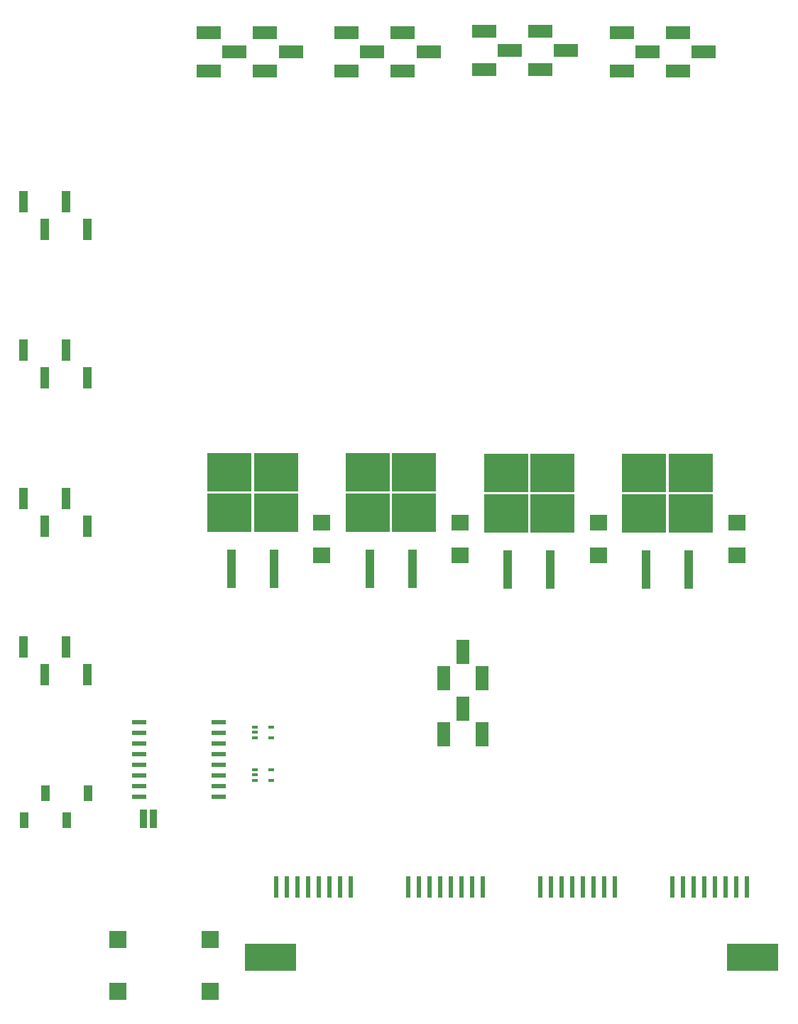
<source format=gtp>
G04 #@! TF.GenerationSoftware,KiCad,Pcbnew,(5.1.6)-1*
G04 #@! TF.CreationDate,2021-11-06T14:38:14-07:00*
G04 #@! TF.ProjectId,High current 4x1 LED mux,48696768-2063-4757-9272-656e74203478,rev?*
G04 #@! TF.SameCoordinates,Original*
G04 #@! TF.FileFunction,Paste,Top*
G04 #@! TF.FilePolarity,Positive*
%FSLAX46Y46*%
G04 Gerber Fmt 4.6, Leading zero omitted, Abs format (unit mm)*
G04 Created by KiCad (PCBNEW (5.1.6)-1) date 2021-11-06 14:38:14*
%MOMM*%
%LPD*%
G01*
G04 APERTURE LIST*
%ADD10R,1.727200X0.533400*%
%ADD11R,1.650000X3.000000*%
%ADD12R,1.000000X1.900000*%
%ADD13R,1.000000X2.510000*%
%ADD14R,0.650000X0.400000*%
%ADD15R,2.000000X2.000000*%
%ADD16R,3.000000X1.650000*%
%ADD17R,2.159000X1.955800*%
%ADD18R,0.900000X2.170000*%
%ADD19R,1.100000X4.600000*%
%ADD20R,5.250000X4.550000*%
%ADD21R,6.220000X3.180000*%
%ADD22R,0.560000X2.540000*%
G04 APERTURE END LIST*
D10*
X109069800Y-133815000D03*
X109069800Y-132545000D03*
X109069800Y-131275000D03*
X109069800Y-130005000D03*
X109069800Y-128735000D03*
X109069800Y-127465000D03*
X109069800Y-126195000D03*
X109069800Y-124925000D03*
X99570200Y-124925000D03*
X99570200Y-126195000D03*
X99570200Y-127465000D03*
X99570200Y-128735000D03*
X99570200Y-130005000D03*
X99570200Y-131275000D03*
X99570200Y-132545000D03*
X99570200Y-133815000D03*
D11*
X135845000Y-119680000D03*
X140415000Y-119680000D03*
X138130000Y-116580000D03*
X140415000Y-126390000D03*
X138130000Y-123290000D03*
X135845000Y-126390000D03*
D12*
X93440000Y-133350000D03*
X88360000Y-133350000D03*
X90900000Y-136650000D03*
X85820000Y-136650000D03*
D13*
X90800000Y-80557500D03*
X85720000Y-80557500D03*
X93340000Y-83867500D03*
X88260000Y-83867500D03*
X90800000Y-98270000D03*
X85720000Y-98270000D03*
X93340000Y-101580000D03*
X88260000Y-101580000D03*
X90800000Y-62845000D03*
X85720000Y-62845000D03*
X93340000Y-66155000D03*
X88260000Y-66155000D03*
X90800000Y-115982500D03*
X85720000Y-115982500D03*
X93340000Y-119292500D03*
X88260000Y-119292500D03*
D14*
X115270000Y-130580000D03*
X115270000Y-131880000D03*
X113370000Y-131230000D03*
X113370000Y-131880000D03*
X113370000Y-130580000D03*
D15*
X108000000Y-157000000D03*
X108000000Y-150800000D03*
X97000000Y-150800000D03*
X97000000Y-157000000D03*
D16*
X114540000Y-42695000D03*
X114540000Y-47265000D03*
X117640000Y-44980000D03*
X107830000Y-47265000D03*
X110930000Y-44980000D03*
X107830000Y-42695000D03*
D17*
X154320000Y-105068500D03*
X154320000Y-101131500D03*
X121320000Y-105068500D03*
X121320000Y-101131500D03*
D18*
X101270000Y-136480000D03*
X100050000Y-136480000D03*
D17*
X137820000Y-105068500D03*
X137820000Y-101131500D03*
D16*
X130956666Y-42695000D03*
X130956666Y-47265000D03*
X134056666Y-44980000D03*
X124246666Y-47265000D03*
X127346666Y-44980000D03*
X124246666Y-42695000D03*
D17*
X170820000Y-105068500D03*
X170820000Y-101131500D03*
D19*
X160005000Y-106750000D03*
X165085000Y-106750000D03*
D20*
X165320000Y-95175000D03*
X159770000Y-100025000D03*
X159770000Y-95175000D03*
X165320000Y-100025000D03*
X132353333Y-99950000D03*
X126803333Y-95100000D03*
X126803333Y-99950000D03*
X132353333Y-95100000D03*
D19*
X132118333Y-106675000D03*
X127038333Y-106675000D03*
D14*
X115270000Y-125490000D03*
X115270000Y-126790000D03*
X113370000Y-126140000D03*
X113370000Y-126790000D03*
X113370000Y-125490000D03*
D21*
X115170000Y-152990000D03*
X172730000Y-152990000D03*
D22*
X115887500Y-144540000D03*
X117157500Y-144540000D03*
X118427500Y-144540000D03*
X119697500Y-144540000D03*
X120967500Y-144540000D03*
X122237500Y-144540000D03*
X123507500Y-144540000D03*
X124777500Y-144540000D03*
X131632500Y-144540000D03*
X132902500Y-144540000D03*
X134172500Y-144540000D03*
X135442500Y-144540000D03*
X136712500Y-144540000D03*
X137982500Y-144540000D03*
X139252500Y-144540000D03*
X140522500Y-144540000D03*
X147377500Y-144540000D03*
X148647500Y-144540000D03*
X149917500Y-144540000D03*
X151187500Y-144540000D03*
X152457500Y-144540000D03*
X153727500Y-144540000D03*
X154997500Y-144540000D03*
X156267500Y-144540000D03*
X163122500Y-144540000D03*
X164392500Y-144540000D03*
X165662500Y-144540000D03*
X166932500Y-144540000D03*
X168202500Y-144540000D03*
X169472500Y-144540000D03*
X170742500Y-144540000D03*
X172012500Y-144540000D03*
D16*
X163790000Y-42695000D03*
X163790000Y-47265000D03*
X166890000Y-44980000D03*
X157080000Y-47265000D03*
X160180000Y-44980000D03*
X157080000Y-42695000D03*
X147373332Y-42565000D03*
X147373332Y-47135000D03*
X150473332Y-44850000D03*
X140663332Y-47135000D03*
X143763332Y-44850000D03*
X140663332Y-42565000D03*
D20*
X148836666Y-100025000D03*
X143286666Y-95175000D03*
X143286666Y-100025000D03*
X148836666Y-95175000D03*
D19*
X148601666Y-106750000D03*
X143521666Y-106750000D03*
D20*
X115870000Y-99950000D03*
X110320000Y-95100000D03*
X110320000Y-99950000D03*
X115870000Y-95100000D03*
D19*
X115635000Y-106675000D03*
X110555000Y-106675000D03*
M02*

</source>
